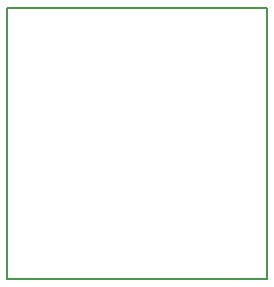
<source format=gbr>
G04 #@! TF.GenerationSoftware,KiCad,Pcbnew,5.0.0-rc3-unknown-3e22e5c~65~ubuntu16.04.1*
G04 #@! TF.CreationDate,2018-07-11T23:18:04-04:00*
G04 #@! TF.ProjectId,Phoenix_schema_new,50686F656E69785F736368656D615F6E,rev?*
G04 #@! TF.SameCoordinates,Original*
G04 #@! TF.FileFunction,Legend,Bot*
G04 #@! TF.FilePolarity,Positive*
%FSLAX46Y46*%
G04 Gerber Fmt 4.6, Leading zero omitted, Abs format (unit mm)*
G04 Created by KiCad (PCBNEW 5.0.0-rc3-unknown-3e22e5c~65~ubuntu16.04.1) date Wed Jul 11 23:18:04 2018*
%MOMM*%
%LPD*%
G01*
G04 APERTURE LIST*
%ADD10C,0.150000*%
G04 APERTURE END LIST*
D10*
G04 #@! TO.C,ELKA*
X133426200Y-96850200D02*
X111455200Y-96850200D01*
X133426200Y-73863200D02*
X133426200Y-96850200D01*
X111455200Y-73863200D02*
X133426200Y-73863200D01*
X111455200Y-96850200D02*
X111455200Y-73863200D01*
G04 #@! TD*
M02*

</source>
